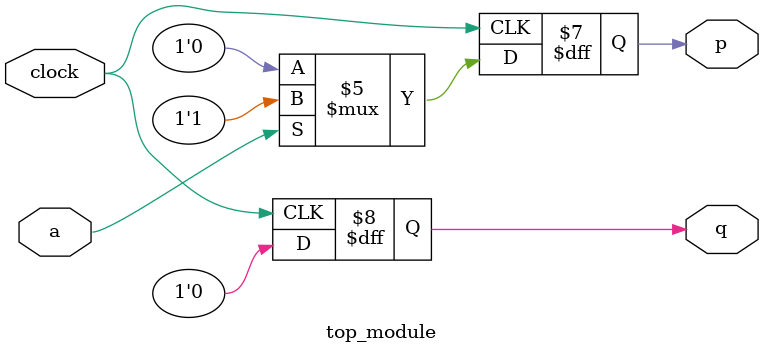
<source format=sv>
module top_module (
    input clock,
    input a,
    output reg p,
    output reg q
);

always @(posedge clock) begin
    if (a) begin
        p <= 1'b1;
        q <= 1'b0;
    end else begin
        p <= 1'b0;
        q <= 1'b0;
    end
end

endmodule

</source>
